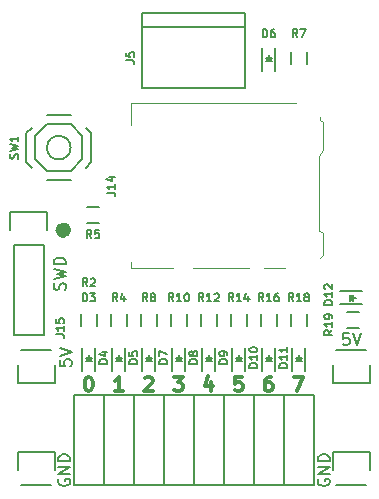
<source format=gbr>
G04 #@! TF.GenerationSoftware,KiCad,Pcbnew,5.0.0*
G04 #@! TF.CreationDate,2018-11-12T22:36:05-05:00*
G04 #@! TF.ProjectId,dot-driver,646F742D6472697665722E6B69636164,rev?*
G04 #@! TF.SameCoordinates,Original*
G04 #@! TF.FileFunction,Legend,Top*
G04 #@! TF.FilePolarity,Positive*
%FSLAX46Y46*%
G04 Gerber Fmt 4.6, Leading zero omitted, Abs format (unit mm)*
G04 Created by KiCad (PCBNEW 5.0.0) date Mon Nov 12 22:36:05 2018*
%MOMM*%
%LPD*%
G01*
G04 APERTURE LIST*
%ADD10C,0.800000*%
%ADD11C,0.200000*%
%ADD12C,0.300000*%
%ADD13C,0.150000*%
%ADD14C,0.120000*%
G04 APERTURE END LIST*
D10*
X130204981Y-95250000D02*
G75*
G03X130204981Y-95250000I-283981J0D01*
G01*
D11*
X130071761Y-100290142D02*
X130119380Y-100147285D01*
X130119380Y-99909190D01*
X130071761Y-99813952D01*
X130024142Y-99766333D01*
X129928904Y-99718714D01*
X129833666Y-99718714D01*
X129738428Y-99766333D01*
X129690809Y-99813952D01*
X129643190Y-99909190D01*
X129595571Y-100099666D01*
X129547952Y-100194904D01*
X129500333Y-100242523D01*
X129405095Y-100290142D01*
X129309857Y-100290142D01*
X129214619Y-100242523D01*
X129167000Y-100194904D01*
X129119380Y-100099666D01*
X129119380Y-99861571D01*
X129167000Y-99718714D01*
X129119380Y-99385380D02*
X130119380Y-99147285D01*
X129405095Y-98956809D01*
X130119380Y-98766333D01*
X129119380Y-98528238D01*
X130119380Y-98147285D02*
X129119380Y-98147285D01*
X129119380Y-97909190D01*
X129167000Y-97766333D01*
X129262238Y-97671095D01*
X129357476Y-97623476D01*
X129547952Y-97575857D01*
X129690809Y-97575857D01*
X129881285Y-97623476D01*
X129976523Y-97671095D01*
X130071761Y-97766333D01*
X130119380Y-97909190D01*
X130119380Y-98147285D01*
X154114523Y-103973380D02*
X153638333Y-103973380D01*
X153590714Y-104449571D01*
X153638333Y-104401952D01*
X153733571Y-104354333D01*
X153971666Y-104354333D01*
X154066904Y-104401952D01*
X154114523Y-104449571D01*
X154162142Y-104544809D01*
X154162142Y-104782904D01*
X154114523Y-104878142D01*
X154066904Y-104925761D01*
X153971666Y-104973380D01*
X153733571Y-104973380D01*
X153638333Y-104925761D01*
X153590714Y-104878142D01*
X154447857Y-103973380D02*
X154781190Y-104973380D01*
X155114523Y-103973380D01*
X151519000Y-116331904D02*
X151471380Y-116427142D01*
X151471380Y-116570000D01*
X151519000Y-116712857D01*
X151614238Y-116808095D01*
X151709476Y-116855714D01*
X151899952Y-116903333D01*
X152042809Y-116903333D01*
X152233285Y-116855714D01*
X152328523Y-116808095D01*
X152423761Y-116712857D01*
X152471380Y-116570000D01*
X152471380Y-116474761D01*
X152423761Y-116331904D01*
X152376142Y-116284285D01*
X152042809Y-116284285D01*
X152042809Y-116474761D01*
X152471380Y-115855714D02*
X151471380Y-115855714D01*
X152471380Y-115284285D01*
X151471380Y-115284285D01*
X152471380Y-114808095D02*
X151471380Y-114808095D01*
X151471380Y-114570000D01*
X151519000Y-114427142D01*
X151614238Y-114331904D01*
X151709476Y-114284285D01*
X151899952Y-114236666D01*
X152042809Y-114236666D01*
X152233285Y-114284285D01*
X152328523Y-114331904D01*
X152423761Y-114427142D01*
X152471380Y-114570000D01*
X152471380Y-114808095D01*
X129548000Y-116331904D02*
X129500380Y-116427142D01*
X129500380Y-116570000D01*
X129548000Y-116712857D01*
X129643238Y-116808095D01*
X129738476Y-116855714D01*
X129928952Y-116903333D01*
X130071809Y-116903333D01*
X130262285Y-116855714D01*
X130357523Y-116808095D01*
X130452761Y-116712857D01*
X130500380Y-116570000D01*
X130500380Y-116474761D01*
X130452761Y-116331904D01*
X130405142Y-116284285D01*
X130071809Y-116284285D01*
X130071809Y-116474761D01*
X130500380Y-115855714D02*
X129500380Y-115855714D01*
X130500380Y-115284285D01*
X129500380Y-115284285D01*
X130500380Y-114808095D02*
X129500380Y-114808095D01*
X129500380Y-114570000D01*
X129548000Y-114427142D01*
X129643238Y-114331904D01*
X129738476Y-114284285D01*
X129928952Y-114236666D01*
X130071809Y-114236666D01*
X130262285Y-114284285D01*
X130357523Y-114331904D01*
X130452761Y-114427142D01*
X130500380Y-114570000D01*
X130500380Y-114808095D01*
X129627380Y-106235476D02*
X129627380Y-106711666D01*
X130103571Y-106759285D01*
X130055952Y-106711666D01*
X130008333Y-106616428D01*
X130008333Y-106378333D01*
X130055952Y-106283095D01*
X130103571Y-106235476D01*
X130198809Y-106187857D01*
X130436904Y-106187857D01*
X130532142Y-106235476D01*
X130579761Y-106283095D01*
X130627380Y-106378333D01*
X130627380Y-106616428D01*
X130579761Y-106711666D01*
X130532142Y-106759285D01*
X129627380Y-105902142D02*
X130627380Y-105568809D01*
X129627380Y-105235476D01*
D12*
X149460000Y-107673857D02*
X150260000Y-107673857D01*
X149745714Y-108873857D01*
X147548571Y-107673857D02*
X147320000Y-107673857D01*
X147205714Y-107731000D01*
X147148571Y-107788142D01*
X147034285Y-107959571D01*
X146977142Y-108188142D01*
X146977142Y-108645285D01*
X147034285Y-108759571D01*
X147091428Y-108816714D01*
X147205714Y-108873857D01*
X147434285Y-108873857D01*
X147548571Y-108816714D01*
X147605714Y-108759571D01*
X147662857Y-108645285D01*
X147662857Y-108359571D01*
X147605714Y-108245285D01*
X147548571Y-108188142D01*
X147434285Y-108131000D01*
X147205714Y-108131000D01*
X147091428Y-108188142D01*
X147034285Y-108245285D01*
X146977142Y-108359571D01*
X145065714Y-107673857D02*
X144494285Y-107673857D01*
X144437142Y-108245285D01*
X144494285Y-108188142D01*
X144608571Y-108131000D01*
X144894285Y-108131000D01*
X145008571Y-108188142D01*
X145065714Y-108245285D01*
X145122857Y-108359571D01*
X145122857Y-108645285D01*
X145065714Y-108759571D01*
X145008571Y-108816714D01*
X144894285Y-108873857D01*
X144608571Y-108873857D01*
X144494285Y-108816714D01*
X144437142Y-108759571D01*
X142468571Y-108073857D02*
X142468571Y-108873857D01*
X142182857Y-107616714D02*
X141897142Y-108473857D01*
X142640000Y-108473857D01*
X139300000Y-107673857D02*
X140042857Y-107673857D01*
X139642857Y-108131000D01*
X139814285Y-108131000D01*
X139928571Y-108188142D01*
X139985714Y-108245285D01*
X140042857Y-108359571D01*
X140042857Y-108645285D01*
X139985714Y-108759571D01*
X139928571Y-108816714D01*
X139814285Y-108873857D01*
X139471428Y-108873857D01*
X139357142Y-108816714D01*
X139300000Y-108759571D01*
X136817142Y-107788142D02*
X136874285Y-107731000D01*
X136988571Y-107673857D01*
X137274285Y-107673857D01*
X137388571Y-107731000D01*
X137445714Y-107788142D01*
X137502857Y-107902428D01*
X137502857Y-108016714D01*
X137445714Y-108188142D01*
X136760000Y-108873857D01*
X137502857Y-108873857D01*
X134962857Y-108873857D02*
X134277142Y-108873857D01*
X134620000Y-108873857D02*
X134620000Y-107673857D01*
X134505714Y-107845285D01*
X134391428Y-107959571D01*
X134277142Y-108016714D01*
X132022857Y-107673857D02*
X132137142Y-107673857D01*
X132251428Y-107731000D01*
X132308571Y-107788142D01*
X132365714Y-107902428D01*
X132422857Y-108131000D01*
X132422857Y-108416714D01*
X132365714Y-108645285D01*
X132308571Y-108759571D01*
X132251428Y-108816714D01*
X132137142Y-108873857D01*
X132022857Y-108873857D01*
X131908571Y-108816714D01*
X131851428Y-108759571D01*
X131794285Y-108645285D01*
X131737142Y-108416714D01*
X131737142Y-108131000D01*
X131794285Y-107902428D01*
X131851428Y-107788142D01*
X131908571Y-107731000D01*
X132022857Y-107673857D01*
D13*
G04 #@! TO.C,D8*
X142490000Y-106045000D02*
X142240000Y-106295000D01*
X141990000Y-106045000D02*
X142490000Y-106045000D01*
X142240000Y-106295000D02*
X141990000Y-106045000D01*
X141990000Y-106295000D02*
X142490000Y-106295000D01*
X142240000Y-106245000D02*
X142240000Y-105795000D01*
X141690000Y-107145000D02*
X141690000Y-105245000D01*
X142790000Y-107145000D02*
X142790000Y-105245000D01*
G04 #@! TO.C,D5*
X137410000Y-106045000D02*
X137160000Y-106295000D01*
X136910000Y-106045000D02*
X137410000Y-106045000D01*
X137160000Y-106295000D02*
X136910000Y-106045000D01*
X136910000Y-106295000D02*
X137410000Y-106295000D01*
X137160000Y-106245000D02*
X137160000Y-105795000D01*
X136610000Y-107145000D02*
X136610000Y-105245000D01*
X137710000Y-107145000D02*
X137710000Y-105245000D01*
G04 #@! TO.C,J13*
X151130000Y-116840000D02*
X151130000Y-109220000D01*
X151130000Y-109220000D02*
X148590000Y-109220000D01*
X148590000Y-109220000D02*
X148590000Y-116840000D01*
X148590000Y-116840000D02*
X151130000Y-116840000D01*
G04 #@! TO.C,J12*
X146050000Y-116840000D02*
X148590000Y-116840000D01*
X146050000Y-109220000D02*
X146050000Y-116840000D01*
X148590000Y-109220000D02*
X146050000Y-109220000D01*
X148590000Y-116840000D02*
X148590000Y-109220000D01*
G04 #@! TO.C,J11*
X143510000Y-116840000D02*
X146050000Y-116840000D01*
X143510000Y-109220000D02*
X143510000Y-116840000D01*
X146050000Y-109220000D02*
X143510000Y-109220000D01*
X146050000Y-116840000D02*
X146050000Y-109220000D01*
G04 #@! TO.C,J10*
X143510000Y-116840000D02*
X143510000Y-109220000D01*
X143510000Y-109220000D02*
X140970000Y-109220000D01*
X140970000Y-109220000D02*
X140970000Y-116840000D01*
X140970000Y-116840000D02*
X143510000Y-116840000D01*
G04 #@! TO.C,J9*
X138430000Y-116840000D02*
X140970000Y-116840000D01*
X138430000Y-109220000D02*
X138430000Y-116840000D01*
X140970000Y-109220000D02*
X138430000Y-109220000D01*
X140970000Y-116840000D02*
X140970000Y-109220000D01*
G04 #@! TO.C,J8*
X138430000Y-116840000D02*
X138430000Y-109220000D01*
X138430000Y-109220000D02*
X135890000Y-109220000D01*
X135890000Y-109220000D02*
X135890000Y-116840000D01*
X135890000Y-116840000D02*
X138430000Y-116840000D01*
G04 #@! TO.C,J7*
X133350000Y-116840000D02*
X135890000Y-116840000D01*
X133350000Y-109220000D02*
X133350000Y-116840000D01*
X135890000Y-109220000D02*
X133350000Y-109220000D01*
X135890000Y-116840000D02*
X135890000Y-109220000D01*
G04 #@! TO.C,J6*
X133350000Y-116840000D02*
X133350000Y-109220000D01*
X133350000Y-109220000D02*
X130810000Y-109220000D01*
X130810000Y-109220000D02*
X130810000Y-116840000D01*
X130810000Y-116840000D02*
X133350000Y-116840000D01*
G04 #@! TO.C,J15*
X125730000Y-96520000D02*
X125730000Y-104140000D01*
X128270000Y-96520000D02*
X128270000Y-104140000D01*
X128550000Y-93700000D02*
X128550000Y-95250000D01*
X125730000Y-104140000D02*
X128270000Y-104140000D01*
X128270000Y-96520000D02*
X125730000Y-96520000D01*
X125450000Y-95250000D02*
X125450000Y-93700000D01*
X125450000Y-93700000D02*
X128550000Y-93700000D01*
G04 #@! TO.C,D3*
X132630000Y-107145000D02*
X132630000Y-105245000D01*
X131530000Y-107145000D02*
X131530000Y-105245000D01*
X132080000Y-106245000D02*
X132080000Y-105795000D01*
X131830000Y-106295000D02*
X132330000Y-106295000D01*
X132080000Y-106295000D02*
X131830000Y-106045000D01*
X131830000Y-106045000D02*
X132330000Y-106045000D01*
X132330000Y-106045000D02*
X132080000Y-106295000D01*
G04 #@! TO.C,D4*
X135170000Y-107145000D02*
X135170000Y-105245000D01*
X134070000Y-107145000D02*
X134070000Y-105245000D01*
X134620000Y-106245000D02*
X134620000Y-105795000D01*
X134370000Y-106295000D02*
X134870000Y-106295000D01*
X134620000Y-106295000D02*
X134370000Y-106045000D01*
X134370000Y-106045000D02*
X134870000Y-106045000D01*
X134870000Y-106045000D02*
X134620000Y-106295000D01*
G04 #@! TO.C,D6*
X147870000Y-81745000D02*
X147870000Y-79845000D01*
X146770000Y-81745000D02*
X146770000Y-79845000D01*
X147320000Y-80845000D02*
X147320000Y-80395000D01*
X147070000Y-80895000D02*
X147570000Y-80895000D01*
X147320000Y-80895000D02*
X147070000Y-80645000D01*
X147070000Y-80645000D02*
X147570000Y-80645000D01*
X147570000Y-80645000D02*
X147320000Y-80895000D01*
G04 #@! TO.C,D7*
X139950000Y-106045000D02*
X139700000Y-106295000D01*
X139450000Y-106045000D02*
X139950000Y-106045000D01*
X139700000Y-106295000D02*
X139450000Y-106045000D01*
X139450000Y-106295000D02*
X139950000Y-106295000D01*
X139700000Y-106245000D02*
X139700000Y-105795000D01*
X139150000Y-107145000D02*
X139150000Y-105245000D01*
X140250000Y-107145000D02*
X140250000Y-105245000D01*
G04 #@! TO.C,D9*
X145330000Y-107145000D02*
X145330000Y-105245000D01*
X144230000Y-107145000D02*
X144230000Y-105245000D01*
X144780000Y-106245000D02*
X144780000Y-105795000D01*
X144530000Y-106295000D02*
X145030000Y-106295000D01*
X144780000Y-106295000D02*
X144530000Y-106045000D01*
X144530000Y-106045000D02*
X145030000Y-106045000D01*
X145030000Y-106045000D02*
X144780000Y-106295000D01*
G04 #@! TO.C,D10*
X147570000Y-106045000D02*
X147320000Y-106295000D01*
X147070000Y-106045000D02*
X147570000Y-106045000D01*
X147320000Y-106295000D02*
X147070000Y-106045000D01*
X147070000Y-106295000D02*
X147570000Y-106295000D01*
X147320000Y-106245000D02*
X147320000Y-105795000D01*
X146770000Y-107145000D02*
X146770000Y-105245000D01*
X147870000Y-107145000D02*
X147870000Y-105245000D01*
G04 #@! TO.C,D11*
X150410000Y-107145000D02*
X150410000Y-105245000D01*
X149310000Y-107145000D02*
X149310000Y-105245000D01*
X149860000Y-106245000D02*
X149860000Y-105795000D01*
X149610000Y-106295000D02*
X150110000Y-106295000D01*
X149860000Y-106295000D02*
X149610000Y-106045000D01*
X149610000Y-106045000D02*
X150110000Y-106045000D01*
X150110000Y-106045000D02*
X149860000Y-106295000D01*
G04 #@! TO.C,J1*
X126085000Y-108230000D02*
X126085000Y-106680000D01*
X129185000Y-106680000D02*
X129185000Y-108230000D01*
X129185000Y-108230000D02*
X126085000Y-108230000D01*
X128905000Y-105410000D02*
X126365000Y-105410000D01*
G04 #@! TO.C,J2*
X155575000Y-105410000D02*
X153035000Y-105410000D01*
X155855000Y-108230000D02*
X152755000Y-108230000D01*
X155855000Y-106680000D02*
X155855000Y-108230000D01*
X152755000Y-108230000D02*
X152755000Y-106680000D01*
G04 #@! TO.C,J3*
X126365000Y-116840000D02*
X128905000Y-116840000D01*
X126085000Y-114020000D02*
X129185000Y-114020000D01*
X126085000Y-115570000D02*
X126085000Y-114020000D01*
X129185000Y-114020000D02*
X129185000Y-115570000D01*
G04 #@! TO.C,J4*
X155855000Y-114020000D02*
X155855000Y-115570000D01*
X152755000Y-115570000D02*
X152755000Y-114020000D01*
X152755000Y-114020000D02*
X155855000Y-114020000D01*
X153035000Y-116840000D02*
X155575000Y-116840000D01*
G04 #@! TO.C,J5*
X145320900Y-76827540D02*
X136620900Y-76827540D01*
X145320900Y-83232540D02*
X136620900Y-83232540D01*
X136620900Y-83232540D02*
X136620900Y-76827540D01*
X136620900Y-78057540D02*
X145320900Y-78057540D01*
X145320900Y-76827540D02*
X145320900Y-83232540D01*
G04 #@! TO.C,R2*
X132755000Y-102370000D02*
X132755000Y-103370000D01*
X131405000Y-103370000D02*
X131405000Y-102370000D01*
G04 #@! TO.C,R4*
X135295000Y-102370000D02*
X135295000Y-103370000D01*
X133945000Y-103370000D02*
X133945000Y-102370000D01*
G04 #@! TO.C,R5*
X131925000Y-93305000D02*
X132925000Y-93305000D01*
X132925000Y-94655000D02*
X131925000Y-94655000D01*
G04 #@! TO.C,R7*
X150535000Y-80145000D02*
X150535000Y-81145000D01*
X149185000Y-81145000D02*
X149185000Y-80145000D01*
G04 #@! TO.C,R8*
X136485000Y-103370000D02*
X136485000Y-102370000D01*
X137835000Y-102370000D02*
X137835000Y-103370000D01*
G04 #@! TO.C,R10*
X140375000Y-102370000D02*
X140375000Y-103370000D01*
X139025000Y-103370000D02*
X139025000Y-102370000D01*
G04 #@! TO.C,R12*
X141565000Y-103370000D02*
X141565000Y-102370000D01*
X142915000Y-102370000D02*
X142915000Y-103370000D01*
G04 #@! TO.C,R14*
X145455000Y-102370000D02*
X145455000Y-103370000D01*
X144105000Y-103370000D02*
X144105000Y-102370000D01*
G04 #@! TO.C,R16*
X146645000Y-103370000D02*
X146645000Y-102370000D01*
X147995000Y-102370000D02*
X147995000Y-103370000D01*
G04 #@! TO.C,R18*
X150535000Y-102370000D02*
X150535000Y-103370000D01*
X149185000Y-103370000D02*
X149185000Y-102370000D01*
G04 #@! TO.C,SW1*
X131840000Y-89965000D02*
X132290000Y-89515000D01*
X131840000Y-86565000D02*
X132290000Y-87015000D01*
X127240000Y-86565000D02*
X126790000Y-87015000D01*
X127240000Y-89965000D02*
X126790000Y-89515000D01*
X128540000Y-90265000D02*
X127540000Y-89265000D01*
X127540000Y-89265000D02*
X127540000Y-87265000D01*
X127540000Y-87265000D02*
X128540000Y-86265000D01*
X128540000Y-86265000D02*
X130540000Y-86265000D01*
X130540000Y-86265000D02*
X131540000Y-87265000D01*
X131540000Y-87265000D02*
X131540000Y-89265000D01*
X131540000Y-89265000D02*
X130540000Y-90265000D01*
X130540000Y-90265000D02*
X128540000Y-90265000D01*
X128540000Y-85515000D02*
X130540000Y-85515000D01*
X132290000Y-89515000D02*
X132290000Y-87015000D01*
X128540000Y-91015000D02*
X130540000Y-91015000D01*
X126790000Y-89515000D02*
X126790000Y-87015000D01*
X130540000Y-88265000D02*
G75*
G03X130540000Y-88265000I-1000000J0D01*
G01*
D14*
G04 #@! TO.C,J14*
X135625000Y-86365000D02*
X135625000Y-84445000D01*
X135625000Y-84445000D02*
X149635000Y-84445000D01*
X135625000Y-97965000D02*
X135625000Y-98415000D01*
X135625000Y-98415000D02*
X139235000Y-98415000D01*
X151895000Y-86125000D02*
X151895000Y-88435000D01*
X151895000Y-97385000D02*
X151895000Y-95525000D01*
X151895000Y-97385000D02*
X151695000Y-97585000D01*
X140935000Y-98415000D02*
X145635000Y-98415000D01*
X146935000Y-98415000D02*
X148735000Y-98415000D01*
X151545000Y-95315000D02*
X151545000Y-88945000D01*
X151545000Y-95315000D02*
X151695000Y-95315000D01*
X151895000Y-95525000D02*
X151695000Y-95315000D01*
X151895000Y-86125000D02*
X151695000Y-85925000D01*
X151695000Y-85925000D02*
X151695000Y-85665000D01*
X151895000Y-88435000D02*
X151545000Y-88945000D01*
D13*
G04 #@! TO.C,D12*
X153319300Y-101515000D02*
X155219300Y-101515000D01*
X153319300Y-100415000D02*
X155219300Y-100415000D01*
X154219300Y-100965000D02*
X154669300Y-100965000D01*
X154169300Y-100715000D02*
X154169300Y-101215000D01*
X154169300Y-100965000D02*
X154419300Y-100715000D01*
X154419300Y-100715000D02*
X154419300Y-101215000D01*
X154419300Y-101215000D02*
X154169300Y-100965000D01*
G04 #@! TO.C,R19*
X154920000Y-103545000D02*
X153920000Y-103545000D01*
X153920000Y-102195000D02*
X154920000Y-102195000D01*
G04 #@! TO.C,D8*
X141286666Y-106561666D02*
X140586666Y-106561666D01*
X140586666Y-106395000D01*
X140620000Y-106295000D01*
X140686666Y-106228333D01*
X140753333Y-106195000D01*
X140886666Y-106161666D01*
X140986666Y-106161666D01*
X141120000Y-106195000D01*
X141186666Y-106228333D01*
X141253333Y-106295000D01*
X141286666Y-106395000D01*
X141286666Y-106561666D01*
X140886666Y-105761666D02*
X140853333Y-105828333D01*
X140820000Y-105861666D01*
X140753333Y-105895000D01*
X140720000Y-105895000D01*
X140653333Y-105861666D01*
X140620000Y-105828333D01*
X140586666Y-105761666D01*
X140586666Y-105628333D01*
X140620000Y-105561666D01*
X140653333Y-105528333D01*
X140720000Y-105495000D01*
X140753333Y-105495000D01*
X140820000Y-105528333D01*
X140853333Y-105561666D01*
X140886666Y-105628333D01*
X140886666Y-105761666D01*
X140920000Y-105828333D01*
X140953333Y-105861666D01*
X141020000Y-105895000D01*
X141153333Y-105895000D01*
X141220000Y-105861666D01*
X141253333Y-105828333D01*
X141286666Y-105761666D01*
X141286666Y-105628333D01*
X141253333Y-105561666D01*
X141220000Y-105528333D01*
X141153333Y-105495000D01*
X141020000Y-105495000D01*
X140953333Y-105528333D01*
X140920000Y-105561666D01*
X140886666Y-105628333D01*
G04 #@! TO.C,D5*
X136206666Y-106561666D02*
X135506666Y-106561666D01*
X135506666Y-106395000D01*
X135540000Y-106295000D01*
X135606666Y-106228333D01*
X135673333Y-106195000D01*
X135806666Y-106161666D01*
X135906666Y-106161666D01*
X136040000Y-106195000D01*
X136106666Y-106228333D01*
X136173333Y-106295000D01*
X136206666Y-106395000D01*
X136206666Y-106561666D01*
X135506666Y-105528333D02*
X135506666Y-105861666D01*
X135840000Y-105895000D01*
X135806666Y-105861666D01*
X135773333Y-105795000D01*
X135773333Y-105628333D01*
X135806666Y-105561666D01*
X135840000Y-105528333D01*
X135906666Y-105495000D01*
X136073333Y-105495000D01*
X136140000Y-105528333D01*
X136173333Y-105561666D01*
X136206666Y-105628333D01*
X136206666Y-105795000D01*
X136173333Y-105861666D01*
X136140000Y-105895000D01*
G04 #@! TO.C,J15*
X129283666Y-104071666D02*
X129783666Y-104071666D01*
X129883666Y-104105000D01*
X129950333Y-104171666D01*
X129983666Y-104271666D01*
X129983666Y-104338333D01*
X129983666Y-103371666D02*
X129983666Y-103771666D01*
X129983666Y-103571666D02*
X129283666Y-103571666D01*
X129383666Y-103638333D01*
X129450333Y-103705000D01*
X129483666Y-103771666D01*
X129283666Y-102738333D02*
X129283666Y-103071666D01*
X129617000Y-103105000D01*
X129583666Y-103071666D01*
X129550333Y-103005000D01*
X129550333Y-102838333D01*
X129583666Y-102771666D01*
X129617000Y-102738333D01*
X129683666Y-102705000D01*
X129850333Y-102705000D01*
X129917000Y-102738333D01*
X129950333Y-102771666D01*
X129983666Y-102838333D01*
X129983666Y-103005000D01*
X129950333Y-103071666D01*
X129917000Y-103105000D01*
G04 #@! TO.C,D3*
X131563333Y-101281666D02*
X131563333Y-100581666D01*
X131730000Y-100581666D01*
X131830000Y-100615000D01*
X131896666Y-100681666D01*
X131930000Y-100748333D01*
X131963333Y-100881666D01*
X131963333Y-100981666D01*
X131930000Y-101115000D01*
X131896666Y-101181666D01*
X131830000Y-101248333D01*
X131730000Y-101281666D01*
X131563333Y-101281666D01*
X132196666Y-100581666D02*
X132630000Y-100581666D01*
X132396666Y-100848333D01*
X132496666Y-100848333D01*
X132563333Y-100881666D01*
X132596666Y-100915000D01*
X132630000Y-100981666D01*
X132630000Y-101148333D01*
X132596666Y-101215000D01*
X132563333Y-101248333D01*
X132496666Y-101281666D01*
X132296666Y-101281666D01*
X132230000Y-101248333D01*
X132196666Y-101215000D01*
G04 #@! TO.C,D4*
X133666666Y-106561666D02*
X132966666Y-106561666D01*
X132966666Y-106395000D01*
X133000000Y-106295000D01*
X133066666Y-106228333D01*
X133133333Y-106195000D01*
X133266666Y-106161666D01*
X133366666Y-106161666D01*
X133500000Y-106195000D01*
X133566666Y-106228333D01*
X133633333Y-106295000D01*
X133666666Y-106395000D01*
X133666666Y-106561666D01*
X133200000Y-105561666D02*
X133666666Y-105561666D01*
X132933333Y-105728333D02*
X133433333Y-105895000D01*
X133433333Y-105461666D01*
G04 #@! TO.C,D6*
X146803333Y-78929666D02*
X146803333Y-78229666D01*
X146970000Y-78229666D01*
X147070000Y-78263000D01*
X147136666Y-78329666D01*
X147170000Y-78396333D01*
X147203333Y-78529666D01*
X147203333Y-78629666D01*
X147170000Y-78763000D01*
X147136666Y-78829666D01*
X147070000Y-78896333D01*
X146970000Y-78929666D01*
X146803333Y-78929666D01*
X147803333Y-78229666D02*
X147670000Y-78229666D01*
X147603333Y-78263000D01*
X147570000Y-78296333D01*
X147503333Y-78396333D01*
X147470000Y-78529666D01*
X147470000Y-78796333D01*
X147503333Y-78863000D01*
X147536666Y-78896333D01*
X147603333Y-78929666D01*
X147736666Y-78929666D01*
X147803333Y-78896333D01*
X147836666Y-78863000D01*
X147870000Y-78796333D01*
X147870000Y-78629666D01*
X147836666Y-78563000D01*
X147803333Y-78529666D01*
X147736666Y-78496333D01*
X147603333Y-78496333D01*
X147536666Y-78529666D01*
X147503333Y-78563000D01*
X147470000Y-78629666D01*
G04 #@! TO.C,D7*
X138746666Y-106561666D02*
X138046666Y-106561666D01*
X138046666Y-106395000D01*
X138080000Y-106295000D01*
X138146666Y-106228333D01*
X138213333Y-106195000D01*
X138346666Y-106161666D01*
X138446666Y-106161666D01*
X138580000Y-106195000D01*
X138646666Y-106228333D01*
X138713333Y-106295000D01*
X138746666Y-106395000D01*
X138746666Y-106561666D01*
X138046666Y-105928333D02*
X138046666Y-105461666D01*
X138746666Y-105761666D01*
G04 #@! TO.C,D9*
X143826666Y-106561666D02*
X143126666Y-106561666D01*
X143126666Y-106395000D01*
X143160000Y-106295000D01*
X143226666Y-106228333D01*
X143293333Y-106195000D01*
X143426666Y-106161666D01*
X143526666Y-106161666D01*
X143660000Y-106195000D01*
X143726666Y-106228333D01*
X143793333Y-106295000D01*
X143826666Y-106395000D01*
X143826666Y-106561666D01*
X143826666Y-105828333D02*
X143826666Y-105695000D01*
X143793333Y-105628333D01*
X143760000Y-105595000D01*
X143660000Y-105528333D01*
X143526666Y-105495000D01*
X143260000Y-105495000D01*
X143193333Y-105528333D01*
X143160000Y-105561666D01*
X143126666Y-105628333D01*
X143126666Y-105761666D01*
X143160000Y-105828333D01*
X143193333Y-105861666D01*
X143260000Y-105895000D01*
X143426666Y-105895000D01*
X143493333Y-105861666D01*
X143526666Y-105828333D01*
X143560000Y-105761666D01*
X143560000Y-105628333D01*
X143526666Y-105561666D01*
X143493333Y-105528333D01*
X143426666Y-105495000D01*
G04 #@! TO.C,D10*
X146366666Y-106895000D02*
X145666666Y-106895000D01*
X145666666Y-106728333D01*
X145700000Y-106628333D01*
X145766666Y-106561666D01*
X145833333Y-106528333D01*
X145966666Y-106495000D01*
X146066666Y-106495000D01*
X146200000Y-106528333D01*
X146266666Y-106561666D01*
X146333333Y-106628333D01*
X146366666Y-106728333D01*
X146366666Y-106895000D01*
X146366666Y-105828333D02*
X146366666Y-106228333D01*
X146366666Y-106028333D02*
X145666666Y-106028333D01*
X145766666Y-106095000D01*
X145833333Y-106161666D01*
X145866666Y-106228333D01*
X145666666Y-105395000D02*
X145666666Y-105328333D01*
X145700000Y-105261666D01*
X145733333Y-105228333D01*
X145800000Y-105195000D01*
X145933333Y-105161666D01*
X146100000Y-105161666D01*
X146233333Y-105195000D01*
X146300000Y-105228333D01*
X146333333Y-105261666D01*
X146366666Y-105328333D01*
X146366666Y-105395000D01*
X146333333Y-105461666D01*
X146300000Y-105495000D01*
X146233333Y-105528333D01*
X146100000Y-105561666D01*
X145933333Y-105561666D01*
X145800000Y-105528333D01*
X145733333Y-105495000D01*
X145700000Y-105461666D01*
X145666666Y-105395000D01*
G04 #@! TO.C,D11*
X148906666Y-106895000D02*
X148206666Y-106895000D01*
X148206666Y-106728333D01*
X148240000Y-106628333D01*
X148306666Y-106561666D01*
X148373333Y-106528333D01*
X148506666Y-106495000D01*
X148606666Y-106495000D01*
X148740000Y-106528333D01*
X148806666Y-106561666D01*
X148873333Y-106628333D01*
X148906666Y-106728333D01*
X148906666Y-106895000D01*
X148906666Y-105828333D02*
X148906666Y-106228333D01*
X148906666Y-106028333D02*
X148206666Y-106028333D01*
X148306666Y-106095000D01*
X148373333Y-106161666D01*
X148406666Y-106228333D01*
X148906666Y-105161666D02*
X148906666Y-105561666D01*
X148906666Y-105361666D02*
X148206666Y-105361666D01*
X148306666Y-105428333D01*
X148373333Y-105495000D01*
X148406666Y-105561666D01*
G04 #@! TO.C,J5*
X135252666Y-80878333D02*
X135752666Y-80878333D01*
X135852666Y-80911666D01*
X135919333Y-80978333D01*
X135952666Y-81078333D01*
X135952666Y-81145000D01*
X135252666Y-80211666D02*
X135252666Y-80545000D01*
X135586000Y-80578333D01*
X135552666Y-80545000D01*
X135519333Y-80478333D01*
X135519333Y-80311666D01*
X135552666Y-80245000D01*
X135586000Y-80211666D01*
X135652666Y-80178333D01*
X135819333Y-80178333D01*
X135886000Y-80211666D01*
X135919333Y-80245000D01*
X135952666Y-80311666D01*
X135952666Y-80478333D01*
X135919333Y-80545000D01*
X135886000Y-80578333D01*
G04 #@! TO.C,R2*
X131963333Y-100011666D02*
X131730000Y-99678333D01*
X131563333Y-100011666D02*
X131563333Y-99311666D01*
X131830000Y-99311666D01*
X131896666Y-99345000D01*
X131930000Y-99378333D01*
X131963333Y-99445000D01*
X131963333Y-99545000D01*
X131930000Y-99611666D01*
X131896666Y-99645000D01*
X131830000Y-99678333D01*
X131563333Y-99678333D01*
X132230000Y-99378333D02*
X132263333Y-99345000D01*
X132330000Y-99311666D01*
X132496666Y-99311666D01*
X132563333Y-99345000D01*
X132596666Y-99378333D01*
X132630000Y-99445000D01*
X132630000Y-99511666D01*
X132596666Y-99611666D01*
X132196666Y-100011666D01*
X132630000Y-100011666D01*
G04 #@! TO.C,R4*
X134503333Y-101281666D02*
X134270000Y-100948333D01*
X134103333Y-101281666D02*
X134103333Y-100581666D01*
X134370000Y-100581666D01*
X134436666Y-100615000D01*
X134470000Y-100648333D01*
X134503333Y-100715000D01*
X134503333Y-100815000D01*
X134470000Y-100881666D01*
X134436666Y-100915000D01*
X134370000Y-100948333D01*
X134103333Y-100948333D01*
X135103333Y-100815000D02*
X135103333Y-101281666D01*
X134936666Y-100548333D02*
X134770000Y-101048333D01*
X135203333Y-101048333D01*
G04 #@! TO.C,R5*
X132308333Y-95947666D02*
X132075000Y-95614333D01*
X131908333Y-95947666D02*
X131908333Y-95247666D01*
X132175000Y-95247666D01*
X132241666Y-95281000D01*
X132275000Y-95314333D01*
X132308333Y-95381000D01*
X132308333Y-95481000D01*
X132275000Y-95547666D01*
X132241666Y-95581000D01*
X132175000Y-95614333D01*
X131908333Y-95614333D01*
X132941666Y-95247666D02*
X132608333Y-95247666D01*
X132575000Y-95581000D01*
X132608333Y-95547666D01*
X132675000Y-95514333D01*
X132841666Y-95514333D01*
X132908333Y-95547666D01*
X132941666Y-95581000D01*
X132975000Y-95647666D01*
X132975000Y-95814333D01*
X132941666Y-95881000D01*
X132908333Y-95914333D01*
X132841666Y-95947666D01*
X132675000Y-95947666D01*
X132608333Y-95914333D01*
X132575000Y-95881000D01*
G04 #@! TO.C,R7*
X149743333Y-78929666D02*
X149510000Y-78596333D01*
X149343333Y-78929666D02*
X149343333Y-78229666D01*
X149610000Y-78229666D01*
X149676666Y-78263000D01*
X149710000Y-78296333D01*
X149743333Y-78363000D01*
X149743333Y-78463000D01*
X149710000Y-78529666D01*
X149676666Y-78563000D01*
X149610000Y-78596333D01*
X149343333Y-78596333D01*
X149976666Y-78229666D02*
X150443333Y-78229666D01*
X150143333Y-78929666D01*
G04 #@! TO.C,R8*
X137043333Y-101281666D02*
X136810000Y-100948333D01*
X136643333Y-101281666D02*
X136643333Y-100581666D01*
X136910000Y-100581666D01*
X136976666Y-100615000D01*
X137010000Y-100648333D01*
X137043333Y-100715000D01*
X137043333Y-100815000D01*
X137010000Y-100881666D01*
X136976666Y-100915000D01*
X136910000Y-100948333D01*
X136643333Y-100948333D01*
X137443333Y-100881666D02*
X137376666Y-100848333D01*
X137343333Y-100815000D01*
X137310000Y-100748333D01*
X137310000Y-100715000D01*
X137343333Y-100648333D01*
X137376666Y-100615000D01*
X137443333Y-100581666D01*
X137576666Y-100581666D01*
X137643333Y-100615000D01*
X137676666Y-100648333D01*
X137710000Y-100715000D01*
X137710000Y-100748333D01*
X137676666Y-100815000D01*
X137643333Y-100848333D01*
X137576666Y-100881666D01*
X137443333Y-100881666D01*
X137376666Y-100915000D01*
X137343333Y-100948333D01*
X137310000Y-101015000D01*
X137310000Y-101148333D01*
X137343333Y-101215000D01*
X137376666Y-101248333D01*
X137443333Y-101281666D01*
X137576666Y-101281666D01*
X137643333Y-101248333D01*
X137676666Y-101215000D01*
X137710000Y-101148333D01*
X137710000Y-101015000D01*
X137676666Y-100948333D01*
X137643333Y-100915000D01*
X137576666Y-100881666D01*
G04 #@! TO.C,R10*
X139250000Y-101281666D02*
X139016666Y-100948333D01*
X138850000Y-101281666D02*
X138850000Y-100581666D01*
X139116666Y-100581666D01*
X139183333Y-100615000D01*
X139216666Y-100648333D01*
X139250000Y-100715000D01*
X139250000Y-100815000D01*
X139216666Y-100881666D01*
X139183333Y-100915000D01*
X139116666Y-100948333D01*
X138850000Y-100948333D01*
X139916666Y-101281666D02*
X139516666Y-101281666D01*
X139716666Y-101281666D02*
X139716666Y-100581666D01*
X139650000Y-100681666D01*
X139583333Y-100748333D01*
X139516666Y-100781666D01*
X140350000Y-100581666D02*
X140416666Y-100581666D01*
X140483333Y-100615000D01*
X140516666Y-100648333D01*
X140550000Y-100715000D01*
X140583333Y-100848333D01*
X140583333Y-101015000D01*
X140550000Y-101148333D01*
X140516666Y-101215000D01*
X140483333Y-101248333D01*
X140416666Y-101281666D01*
X140350000Y-101281666D01*
X140283333Y-101248333D01*
X140250000Y-101215000D01*
X140216666Y-101148333D01*
X140183333Y-101015000D01*
X140183333Y-100848333D01*
X140216666Y-100715000D01*
X140250000Y-100648333D01*
X140283333Y-100615000D01*
X140350000Y-100581666D01*
G04 #@! TO.C,R12*
X141790000Y-101281666D02*
X141556666Y-100948333D01*
X141390000Y-101281666D02*
X141390000Y-100581666D01*
X141656666Y-100581666D01*
X141723333Y-100615000D01*
X141756666Y-100648333D01*
X141790000Y-100715000D01*
X141790000Y-100815000D01*
X141756666Y-100881666D01*
X141723333Y-100915000D01*
X141656666Y-100948333D01*
X141390000Y-100948333D01*
X142456666Y-101281666D02*
X142056666Y-101281666D01*
X142256666Y-101281666D02*
X142256666Y-100581666D01*
X142190000Y-100681666D01*
X142123333Y-100748333D01*
X142056666Y-100781666D01*
X142723333Y-100648333D02*
X142756666Y-100615000D01*
X142823333Y-100581666D01*
X142990000Y-100581666D01*
X143056666Y-100615000D01*
X143090000Y-100648333D01*
X143123333Y-100715000D01*
X143123333Y-100781666D01*
X143090000Y-100881666D01*
X142690000Y-101281666D01*
X143123333Y-101281666D01*
G04 #@! TO.C,R14*
X144330000Y-101281666D02*
X144096666Y-100948333D01*
X143930000Y-101281666D02*
X143930000Y-100581666D01*
X144196666Y-100581666D01*
X144263333Y-100615000D01*
X144296666Y-100648333D01*
X144330000Y-100715000D01*
X144330000Y-100815000D01*
X144296666Y-100881666D01*
X144263333Y-100915000D01*
X144196666Y-100948333D01*
X143930000Y-100948333D01*
X144996666Y-101281666D02*
X144596666Y-101281666D01*
X144796666Y-101281666D02*
X144796666Y-100581666D01*
X144730000Y-100681666D01*
X144663333Y-100748333D01*
X144596666Y-100781666D01*
X145596666Y-100815000D02*
X145596666Y-101281666D01*
X145430000Y-100548333D02*
X145263333Y-101048333D01*
X145696666Y-101048333D01*
G04 #@! TO.C,R16*
X146870000Y-101281666D02*
X146636666Y-100948333D01*
X146470000Y-101281666D02*
X146470000Y-100581666D01*
X146736666Y-100581666D01*
X146803333Y-100615000D01*
X146836666Y-100648333D01*
X146870000Y-100715000D01*
X146870000Y-100815000D01*
X146836666Y-100881666D01*
X146803333Y-100915000D01*
X146736666Y-100948333D01*
X146470000Y-100948333D01*
X147536666Y-101281666D02*
X147136666Y-101281666D01*
X147336666Y-101281666D02*
X147336666Y-100581666D01*
X147270000Y-100681666D01*
X147203333Y-100748333D01*
X147136666Y-100781666D01*
X148136666Y-100581666D02*
X148003333Y-100581666D01*
X147936666Y-100615000D01*
X147903333Y-100648333D01*
X147836666Y-100748333D01*
X147803333Y-100881666D01*
X147803333Y-101148333D01*
X147836666Y-101215000D01*
X147870000Y-101248333D01*
X147936666Y-101281666D01*
X148070000Y-101281666D01*
X148136666Y-101248333D01*
X148170000Y-101215000D01*
X148203333Y-101148333D01*
X148203333Y-100981666D01*
X148170000Y-100915000D01*
X148136666Y-100881666D01*
X148070000Y-100848333D01*
X147936666Y-100848333D01*
X147870000Y-100881666D01*
X147836666Y-100915000D01*
X147803333Y-100981666D01*
G04 #@! TO.C,R18*
X149410000Y-101281666D02*
X149176666Y-100948333D01*
X149010000Y-101281666D02*
X149010000Y-100581666D01*
X149276666Y-100581666D01*
X149343333Y-100615000D01*
X149376666Y-100648333D01*
X149410000Y-100715000D01*
X149410000Y-100815000D01*
X149376666Y-100881666D01*
X149343333Y-100915000D01*
X149276666Y-100948333D01*
X149010000Y-100948333D01*
X150076666Y-101281666D02*
X149676666Y-101281666D01*
X149876666Y-101281666D02*
X149876666Y-100581666D01*
X149810000Y-100681666D01*
X149743333Y-100748333D01*
X149676666Y-100781666D01*
X150476666Y-100881666D02*
X150410000Y-100848333D01*
X150376666Y-100815000D01*
X150343333Y-100748333D01*
X150343333Y-100715000D01*
X150376666Y-100648333D01*
X150410000Y-100615000D01*
X150476666Y-100581666D01*
X150610000Y-100581666D01*
X150676666Y-100615000D01*
X150710000Y-100648333D01*
X150743333Y-100715000D01*
X150743333Y-100748333D01*
X150710000Y-100815000D01*
X150676666Y-100848333D01*
X150610000Y-100881666D01*
X150476666Y-100881666D01*
X150410000Y-100915000D01*
X150376666Y-100948333D01*
X150343333Y-101015000D01*
X150343333Y-101148333D01*
X150376666Y-101215000D01*
X150410000Y-101248333D01*
X150476666Y-101281666D01*
X150610000Y-101281666D01*
X150676666Y-101248333D01*
X150710000Y-101215000D01*
X150743333Y-101148333D01*
X150743333Y-101015000D01*
X150710000Y-100948333D01*
X150676666Y-100915000D01*
X150610000Y-100881666D01*
G04 #@! TO.C,SW1*
X126073333Y-89198333D02*
X126106666Y-89098333D01*
X126106666Y-88931666D01*
X126073333Y-88865000D01*
X126040000Y-88831666D01*
X125973333Y-88798333D01*
X125906666Y-88798333D01*
X125840000Y-88831666D01*
X125806666Y-88865000D01*
X125773333Y-88931666D01*
X125740000Y-89065000D01*
X125706666Y-89131666D01*
X125673333Y-89165000D01*
X125606666Y-89198333D01*
X125540000Y-89198333D01*
X125473333Y-89165000D01*
X125440000Y-89131666D01*
X125406666Y-89065000D01*
X125406666Y-88898333D01*
X125440000Y-88798333D01*
X125406666Y-88565000D02*
X126106666Y-88398333D01*
X125606666Y-88265000D01*
X126106666Y-88131666D01*
X125406666Y-87965000D01*
X126106666Y-87331666D02*
X126106666Y-87731666D01*
X126106666Y-87531666D02*
X125406666Y-87531666D01*
X125506666Y-87598333D01*
X125573333Y-87665000D01*
X125606666Y-87731666D01*
G04 #@! TO.C,J14*
X133601666Y-92081666D02*
X134101666Y-92081666D01*
X134201666Y-92115000D01*
X134268333Y-92181666D01*
X134301666Y-92281666D01*
X134301666Y-92348333D01*
X134301666Y-91381666D02*
X134301666Y-91781666D01*
X134301666Y-91581666D02*
X133601666Y-91581666D01*
X133701666Y-91648333D01*
X133768333Y-91715000D01*
X133801666Y-91781666D01*
X133835000Y-90781666D02*
X134301666Y-90781666D01*
X133568333Y-90948333D02*
X134068333Y-91115000D01*
X134068333Y-90681666D01*
G04 #@! TO.C,D12*
X152716666Y-101561000D02*
X152016666Y-101561000D01*
X152016666Y-101394333D01*
X152050000Y-101294333D01*
X152116666Y-101227666D01*
X152183333Y-101194333D01*
X152316666Y-101161000D01*
X152416666Y-101161000D01*
X152550000Y-101194333D01*
X152616666Y-101227666D01*
X152683333Y-101294333D01*
X152716666Y-101394333D01*
X152716666Y-101561000D01*
X152716666Y-100494333D02*
X152716666Y-100894333D01*
X152716666Y-100694333D02*
X152016666Y-100694333D01*
X152116666Y-100761000D01*
X152183333Y-100827666D01*
X152216666Y-100894333D01*
X152083333Y-100227666D02*
X152050000Y-100194333D01*
X152016666Y-100127666D01*
X152016666Y-99961000D01*
X152050000Y-99894333D01*
X152083333Y-99861000D01*
X152150000Y-99827666D01*
X152216666Y-99827666D01*
X152316666Y-99861000D01*
X152716666Y-100261000D01*
X152716666Y-99827666D01*
G04 #@! TO.C,R19*
X152716666Y-103701000D02*
X152383333Y-103934333D01*
X152716666Y-104101000D02*
X152016666Y-104101000D01*
X152016666Y-103834333D01*
X152050000Y-103767666D01*
X152083333Y-103734333D01*
X152150000Y-103701000D01*
X152250000Y-103701000D01*
X152316666Y-103734333D01*
X152350000Y-103767666D01*
X152383333Y-103834333D01*
X152383333Y-104101000D01*
X152716666Y-103034333D02*
X152716666Y-103434333D01*
X152716666Y-103234333D02*
X152016666Y-103234333D01*
X152116666Y-103301000D01*
X152183333Y-103367666D01*
X152216666Y-103434333D01*
X152716666Y-102701000D02*
X152716666Y-102567666D01*
X152683333Y-102501000D01*
X152650000Y-102467666D01*
X152550000Y-102401000D01*
X152416666Y-102367666D01*
X152150000Y-102367666D01*
X152083333Y-102401000D01*
X152050000Y-102434333D01*
X152016666Y-102501000D01*
X152016666Y-102634333D01*
X152050000Y-102701000D01*
X152083333Y-102734333D01*
X152150000Y-102767666D01*
X152316666Y-102767666D01*
X152383333Y-102734333D01*
X152416666Y-102701000D01*
X152450000Y-102634333D01*
X152450000Y-102501000D01*
X152416666Y-102434333D01*
X152383333Y-102401000D01*
X152316666Y-102367666D01*
G04 #@! TD*
M02*

</source>
